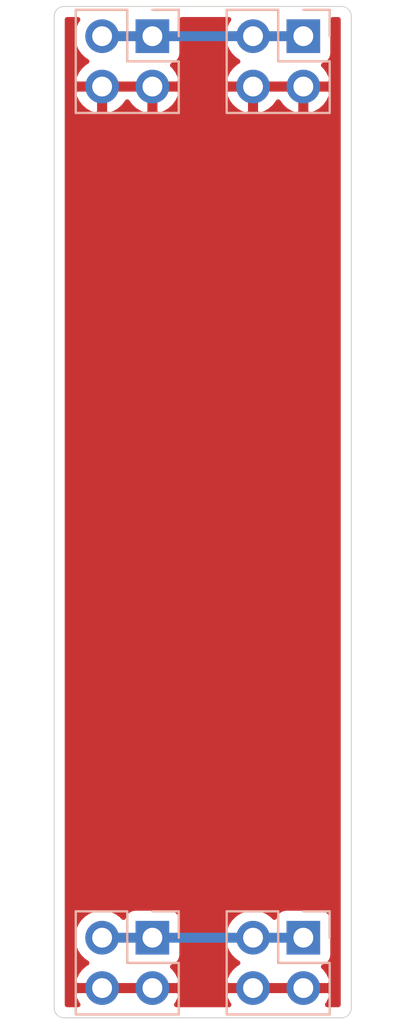
<source format=kicad_pcb>
(kicad_pcb (version 20171130) (host pcbnew "(5.1.6)-1")

  (general
    (thickness 1.6)
    (drawings 26)
    (tracks 2)
    (zones 0)
    (modules 4)
    (nets 4)
  )

  (page A4)
  (layers
    (0 F.Cu signal)
    (31 B.Cu signal)
    (32 B.Adhes user)
    (33 F.Adhes user)
    (34 B.Paste user)
    (35 F.Paste user)
    (36 B.SilkS user)
    (37 F.SilkS user)
    (38 B.Mask user)
    (39 F.Mask user)
    (40 Dwgs.User user)
    (41 Cmts.User user)
    (42 Eco1.User user)
    (43 Eco2.User user)
    (44 Edge.Cuts user)
    (45 Margin user)
    (46 B.CrtYd user hide)
    (47 F.CrtYd user hide)
    (48 B.Fab user hide)
    (49 F.Fab user hide)
  )

  (setup
    (last_trace_width 0.25)
    (trace_clearance 0.2)
    (zone_clearance 0.508)
    (zone_45_only no)
    (trace_min 0.2)
    (via_size 0.8)
    (via_drill 0.4)
    (via_min_size 0.4)
    (via_min_drill 0.3)
    (uvia_size 0.3)
    (uvia_drill 0.1)
    (uvias_allowed no)
    (uvia_min_size 0.2)
    (uvia_min_drill 0.1)
    (edge_width 0.05)
    (segment_width 0.2)
    (pcb_text_width 0.3)
    (pcb_text_size 1.5 1.5)
    (mod_edge_width 0.12)
    (mod_text_size 1 1)
    (mod_text_width 0.15)
    (pad_size 1.524 1.524)
    (pad_drill 0.762)
    (pad_to_mask_clearance 0.05)
    (aux_axis_origin 0 0)
    (grid_origin 150 100)
    (visible_elements 7FFFFF7F)
    (pcbplotparams
      (layerselection 0x010fc_ffffffff)
      (usegerberextensions false)
      (usegerberattributes true)
      (usegerberadvancedattributes true)
      (creategerberjobfile true)
      (excludeedgelayer true)
      (linewidth 0.100000)
      (plotframeref false)
      (viasonmask false)
      (mode 1)
      (useauxorigin false)
      (hpglpennumber 1)
      (hpglpenspeed 20)
      (hpglpendiameter 15.000000)
      (psnegative false)
      (psa4output false)
      (plotreference true)
      (plotvalue true)
      (plotinvisibletext false)
      (padsonsilk false)
      (subtractmaskfromsilk false)
      (outputformat 1)
      (mirror false)
      (drillshape 1)
      (scaleselection 1)
      (outputdirectory ""))
  )

  (net 0 "")
  (net 1 GND)
  (net 2 +12V)
  (net 3 -12V)

  (net_class Default "This is the default net class."
    (clearance 0.2)
    (trace_width 0.25)
    (via_dia 0.8)
    (via_drill 0.4)
    (uvia_dia 0.3)
    (uvia_drill 0.1)
  )

  (net_class Power ""
    (clearance 0.2)
    (trace_width 0.5)
    (via_dia 0.8)
    (via_drill 0.4)
    (uvia_dia 0.3)
    (uvia_drill 0.1)
    (add_net +12V)
    (add_net -12V)
    (add_net GND)
  )

  (module Connector_PinHeader_2.54mm:PinHeader_2x02_P2.54mm_Vertical (layer B.Cu) (tedit 59FED5CC) (tstamp 5F9C82B8)
    (at 155.08 121.46 180)
    (descr "Through hole straight pin header, 2x02, 2.54mm pitch, double rows")
    (tags "Through hole pin header THT 2x02 2.54mm double row")
    (path /5F9D3E25)
    (fp_text reference J4 (at 1.27 2.33) (layer B.SilkS) hide
      (effects (font (size 1 1) (thickness 0.15)) (justify mirror))
    )
    (fp_text value -12V/GND (at 1.27 -4.87) (layer B.Fab)
      (effects (font (size 1 1) (thickness 0.15)) (justify mirror))
    )
    (fp_text user %R (at 1.27 -1.27 270) (layer B.Fab)
      (effects (font (size 1 1) (thickness 0.15)) (justify mirror))
    )
    (fp_line (start 0 1.27) (end 3.81 1.27) (layer B.Fab) (width 0.1))
    (fp_line (start 3.81 1.27) (end 3.81 -3.81) (layer B.Fab) (width 0.1))
    (fp_line (start 3.81 -3.81) (end -1.27 -3.81) (layer B.Fab) (width 0.1))
    (fp_line (start -1.27 -3.81) (end -1.27 0) (layer B.Fab) (width 0.1))
    (fp_line (start -1.27 0) (end 0 1.27) (layer B.Fab) (width 0.1))
    (fp_line (start -1.33 -3.87) (end 3.87 -3.87) (layer B.SilkS) (width 0.12))
    (fp_line (start -1.33 -1.27) (end -1.33 -3.87) (layer B.SilkS) (width 0.12))
    (fp_line (start 3.87 1.33) (end 3.87 -3.87) (layer B.SilkS) (width 0.12))
    (fp_line (start -1.33 -1.27) (end 1.27 -1.27) (layer B.SilkS) (width 0.12))
    (fp_line (start 1.27 -1.27) (end 1.27 1.33) (layer B.SilkS) (width 0.12))
    (fp_line (start 1.27 1.33) (end 3.87 1.33) (layer B.SilkS) (width 0.12))
    (fp_line (start -1.33 0) (end -1.33 1.33) (layer B.SilkS) (width 0.12))
    (fp_line (start -1.33 1.33) (end 0 1.33) (layer B.SilkS) (width 0.12))
    (fp_line (start -1.8 1.8) (end -1.8 -4.35) (layer B.CrtYd) (width 0.05))
    (fp_line (start -1.8 -4.35) (end 4.35 -4.35) (layer B.CrtYd) (width 0.05))
    (fp_line (start 4.35 -4.35) (end 4.35 1.8) (layer B.CrtYd) (width 0.05))
    (fp_line (start 4.35 1.8) (end -1.8 1.8) (layer B.CrtYd) (width 0.05))
    (pad 4 thru_hole oval (at 2.54 -2.54 180) (size 1.7 1.7) (drill 1) (layers *.Cu *.Mask)
      (net 1 GND))
    (pad 3 thru_hole oval (at 0 -2.54 180) (size 1.7 1.7) (drill 1) (layers *.Cu *.Mask)
      (net 1 GND))
    (pad 2 thru_hole oval (at 2.54 0 180) (size 1.7 1.7) (drill 1) (layers *.Cu *.Mask)
      (net 3 -12V))
    (pad 1 thru_hole rect (at 0 0 180) (size 1.7 1.7) (drill 1) (layers *.Cu *.Mask)
      (net 3 -12V))
    (model ${KISYS3DMOD}/Connector_PinHeader_2.54mm.3dshapes/PinHeader_2x02_P2.54mm_Vertical.wrl
      (at (xyz 0 0 0))
      (scale (xyz 1 1 1))
      (rotate (xyz 0 0 0))
    )
  )

  (module Connector_PinHeader_2.54mm:PinHeader_2x02_P2.54mm_Vertical (layer B.Cu) (tedit 59FED5CC) (tstamp 5F9C829E)
    (at 155.08 76 180)
    (descr "Through hole straight pin header, 2x02, 2.54mm pitch, double rows")
    (tags "Through hole pin header THT 2x02 2.54mm double row")
    (path /5F9D3E1F)
    (fp_text reference J3 (at 1.27 2.33) (layer B.SilkS) hide
      (effects (font (size 1 1) (thickness 0.15)) (justify mirror))
    )
    (fp_text value +12V/GND (at 1.27 -4.87) (layer B.Fab)
      (effects (font (size 1 1) (thickness 0.15)) (justify mirror))
    )
    (fp_text user %R (at 1.27 -1.27 270) (layer B.Fab)
      (effects (font (size 1 1) (thickness 0.15)) (justify mirror))
    )
    (fp_line (start 0 1.27) (end 3.81 1.27) (layer B.Fab) (width 0.1))
    (fp_line (start 3.81 1.27) (end 3.81 -3.81) (layer B.Fab) (width 0.1))
    (fp_line (start 3.81 -3.81) (end -1.27 -3.81) (layer B.Fab) (width 0.1))
    (fp_line (start -1.27 -3.81) (end -1.27 0) (layer B.Fab) (width 0.1))
    (fp_line (start -1.27 0) (end 0 1.27) (layer B.Fab) (width 0.1))
    (fp_line (start -1.33 -3.87) (end 3.87 -3.87) (layer B.SilkS) (width 0.12))
    (fp_line (start -1.33 -1.27) (end -1.33 -3.87) (layer B.SilkS) (width 0.12))
    (fp_line (start 3.87 1.33) (end 3.87 -3.87) (layer B.SilkS) (width 0.12))
    (fp_line (start -1.33 -1.27) (end 1.27 -1.27) (layer B.SilkS) (width 0.12))
    (fp_line (start 1.27 -1.27) (end 1.27 1.33) (layer B.SilkS) (width 0.12))
    (fp_line (start 1.27 1.33) (end 3.87 1.33) (layer B.SilkS) (width 0.12))
    (fp_line (start -1.33 0) (end -1.33 1.33) (layer B.SilkS) (width 0.12))
    (fp_line (start -1.33 1.33) (end 0 1.33) (layer B.SilkS) (width 0.12))
    (fp_line (start -1.8 1.8) (end -1.8 -4.35) (layer B.CrtYd) (width 0.05))
    (fp_line (start -1.8 -4.35) (end 4.35 -4.35) (layer B.CrtYd) (width 0.05))
    (fp_line (start 4.35 -4.35) (end 4.35 1.8) (layer B.CrtYd) (width 0.05))
    (fp_line (start 4.35 1.8) (end -1.8 1.8) (layer B.CrtYd) (width 0.05))
    (pad 4 thru_hole oval (at 2.54 -2.54 180) (size 1.7 1.7) (drill 1) (layers *.Cu *.Mask)
      (net 1 GND))
    (pad 3 thru_hole oval (at 0 -2.54 180) (size 1.7 1.7) (drill 1) (layers *.Cu *.Mask)
      (net 1 GND))
    (pad 2 thru_hole oval (at 2.54 0 180) (size 1.7 1.7) (drill 1) (layers *.Cu *.Mask)
      (net 2 +12V))
    (pad 1 thru_hole rect (at 0 0 180) (size 1.7 1.7) (drill 1) (layers *.Cu *.Mask)
      (net 2 +12V))
    (model ${KISYS3DMOD}/Connector_PinHeader_2.54mm.3dshapes/PinHeader_2x02_P2.54mm_Vertical.wrl
      (at (xyz 0 0 0))
      (scale (xyz 1 1 1))
      (rotate (xyz 0 0 0))
    )
  )

  (module Connector_PinHeader_2.54mm:PinHeader_2x02_P2.54mm_Vertical (layer B.Cu) (tedit 59FED5CC) (tstamp 5F9C8284)
    (at 147.46 121.46 180)
    (descr "Through hole straight pin header, 2x02, 2.54mm pitch, double rows")
    (tags "Through hole pin header THT 2x02 2.54mm double row")
    (path /5F9C5A2D)
    (fp_text reference J2 (at 1.27 2.33) (layer B.SilkS) hide
      (effects (font (size 1 1) (thickness 0.15)) (justify mirror))
    )
    (fp_text value -12V/GND (at 1.27 -4.87) (layer B.Fab)
      (effects (font (size 1 1) (thickness 0.15)) (justify mirror))
    )
    (fp_text user %R (at 1.27 -1.27 270) (layer B.Fab)
      (effects (font (size 1 1) (thickness 0.15)) (justify mirror))
    )
    (fp_line (start 0 1.27) (end 3.81 1.27) (layer B.Fab) (width 0.1))
    (fp_line (start 3.81 1.27) (end 3.81 -3.81) (layer B.Fab) (width 0.1))
    (fp_line (start 3.81 -3.81) (end -1.27 -3.81) (layer B.Fab) (width 0.1))
    (fp_line (start -1.27 -3.81) (end -1.27 0) (layer B.Fab) (width 0.1))
    (fp_line (start -1.27 0) (end 0 1.27) (layer B.Fab) (width 0.1))
    (fp_line (start -1.33 -3.87) (end 3.87 -3.87) (layer B.SilkS) (width 0.12))
    (fp_line (start -1.33 -1.27) (end -1.33 -3.87) (layer B.SilkS) (width 0.12))
    (fp_line (start 3.87 1.33) (end 3.87 -3.87) (layer B.SilkS) (width 0.12))
    (fp_line (start -1.33 -1.27) (end 1.27 -1.27) (layer B.SilkS) (width 0.12))
    (fp_line (start 1.27 -1.27) (end 1.27 1.33) (layer B.SilkS) (width 0.12))
    (fp_line (start 1.27 1.33) (end 3.87 1.33) (layer B.SilkS) (width 0.12))
    (fp_line (start -1.33 0) (end -1.33 1.33) (layer B.SilkS) (width 0.12))
    (fp_line (start -1.33 1.33) (end 0 1.33) (layer B.SilkS) (width 0.12))
    (fp_line (start -1.8 1.8) (end -1.8 -4.35) (layer B.CrtYd) (width 0.05))
    (fp_line (start -1.8 -4.35) (end 4.35 -4.35) (layer B.CrtYd) (width 0.05))
    (fp_line (start 4.35 -4.35) (end 4.35 1.8) (layer B.CrtYd) (width 0.05))
    (fp_line (start 4.35 1.8) (end -1.8 1.8) (layer B.CrtYd) (width 0.05))
    (pad 4 thru_hole oval (at 2.54 -2.54 180) (size 1.7 1.7) (drill 1) (layers *.Cu *.Mask)
      (net 1 GND))
    (pad 3 thru_hole oval (at 0 -2.54 180) (size 1.7 1.7) (drill 1) (layers *.Cu *.Mask)
      (net 1 GND))
    (pad 2 thru_hole oval (at 2.54 0 180) (size 1.7 1.7) (drill 1) (layers *.Cu *.Mask)
      (net 3 -12V))
    (pad 1 thru_hole rect (at 0 0 180) (size 1.7 1.7) (drill 1) (layers *.Cu *.Mask)
      (net 3 -12V))
    (model ${KISYS3DMOD}/Connector_PinHeader_2.54mm.3dshapes/PinHeader_2x02_P2.54mm_Vertical.wrl
      (at (xyz 0 0 0))
      (scale (xyz 1 1 1))
      (rotate (xyz 0 0 0))
    )
  )

  (module Connector_PinHeader_2.54mm:PinHeader_2x02_P2.54mm_Vertical (layer B.Cu) (tedit 59FED5CC) (tstamp 5F9C826A)
    (at 147.46 76 180)
    (descr "Through hole straight pin header, 2x02, 2.54mm pitch, double rows")
    (tags "Through hole pin header THT 2x02 2.54mm double row")
    (path /5F9C41B6)
    (fp_text reference J1 (at 1.27 2.33) (layer B.SilkS) hide
      (effects (font (size 1 1) (thickness 0.15)) (justify mirror))
    )
    (fp_text value +12V/GND (at 1.27 -4.87) (layer B.Fab)
      (effects (font (size 1 1) (thickness 0.15)) (justify mirror))
    )
    (fp_text user %R (at 1.27 -1.27 270) (layer B.Fab)
      (effects (font (size 1 1) (thickness 0.15)) (justify mirror))
    )
    (fp_line (start 0 1.27) (end 3.81 1.27) (layer B.Fab) (width 0.1))
    (fp_line (start 3.81 1.27) (end 3.81 -3.81) (layer B.Fab) (width 0.1))
    (fp_line (start 3.81 -3.81) (end -1.27 -3.81) (layer B.Fab) (width 0.1))
    (fp_line (start -1.27 -3.81) (end -1.27 0) (layer B.Fab) (width 0.1))
    (fp_line (start -1.27 0) (end 0 1.27) (layer B.Fab) (width 0.1))
    (fp_line (start -1.33 -3.87) (end 3.87 -3.87) (layer B.SilkS) (width 0.12))
    (fp_line (start -1.33 -1.27) (end -1.33 -3.87) (layer B.SilkS) (width 0.12))
    (fp_line (start 3.87 1.33) (end 3.87 -3.87) (layer B.SilkS) (width 0.12))
    (fp_line (start -1.33 -1.27) (end 1.27 -1.27) (layer B.SilkS) (width 0.12))
    (fp_line (start 1.27 -1.27) (end 1.27 1.33) (layer B.SilkS) (width 0.12))
    (fp_line (start 1.27 1.33) (end 3.87 1.33) (layer B.SilkS) (width 0.12))
    (fp_line (start -1.33 0) (end -1.33 1.33) (layer B.SilkS) (width 0.12))
    (fp_line (start -1.33 1.33) (end 0 1.33) (layer B.SilkS) (width 0.12))
    (fp_line (start -1.8 1.8) (end -1.8 -4.35) (layer B.CrtYd) (width 0.05))
    (fp_line (start -1.8 -4.35) (end 4.35 -4.35) (layer B.CrtYd) (width 0.05))
    (fp_line (start 4.35 -4.35) (end 4.35 1.8) (layer B.CrtYd) (width 0.05))
    (fp_line (start 4.35 1.8) (end -1.8 1.8) (layer B.CrtYd) (width 0.05))
    (pad 4 thru_hole oval (at 2.54 -2.54 180) (size 1.7 1.7) (drill 1) (layers *.Cu *.Mask)
      (net 1 GND))
    (pad 3 thru_hole oval (at 0 -2.54 180) (size 1.7 1.7) (drill 1) (layers *.Cu *.Mask)
      (net 1 GND))
    (pad 2 thru_hole oval (at 2.54 0 180) (size 1.7 1.7) (drill 1) (layers *.Cu *.Mask)
      (net 2 +12V))
    (pad 1 thru_hole rect (at 0 0 180) (size 1.7 1.7) (drill 1) (layers *.Cu *.Mask)
      (net 2 +12V))
    (model ${KISYS3DMOD}/Connector_PinHeader_2.54mm.3dshapes/PinHeader_2x02_P2.54mm_Vertical.wrl
      (at (xyz 0 0 0))
      (scale (xyz 1 1 1))
      (rotate (xyz 0 0 0))
    )
  )

  (gr_line (start 144.92 74.6) (end 144.92 125.4) (layer Eco1.User) (width 0.15))
  (gr_line (start 155.08 125.4) (end 155.08 74.6) (layer Eco1.User) (width 0.15))
  (gr_line (start 152.54 74.6) (end 152.54 125.4) (layer Eco1.User) (width 0.15))
  (gr_line (start 147.46 125.4) (end 147.46 74.6) (layer Eco1.User) (width 0.15))
  (gr_line (start 157.5 75) (end 157.5 125) (layer Edge.Cuts) (width 0.05) (tstamp 5F9C81E7))
  (gr_line (start 142.5 125) (end 142.5 75) (layer Edge.Cuts) (width 0.05) (tstamp 5F9C81E6))
  (gr_arc (start 157 125) (end 157 125.5) (angle -90) (layer Edge.Cuts) (width 0.05) (tstamp 5F9C81DB))
  (gr_line (start 157 125.5) (end 143 125.5) (layer Edge.Cuts) (width 0.05) (tstamp 5F9C81DA))
  (gr_arc (start 143 125) (end 142.5 125) (angle -90) (layer Edge.Cuts) (width 0.05) (tstamp 5F9C81D9))
  (gr_arc (start 157 75) (end 157.5 75) (angle -90) (layer Edge.Cuts) (width 0.05))
  (gr_arc (start 143 75) (end 143 74.5) (angle -90) (layer Edge.Cuts) (width 0.05))
  (gr_line (start 143 74.5) (end 157 74.5) (layer Edge.Cuts) (width 0.05))
  (gr_line (start 160.16 121.5) (end 139.84 121.5) (layer Eco1.User) (width 0.15) (tstamp 5F9C81CA))
  (gr_line (start 139.84 78.5) (end 160.16 78.5) (layer Eco1.User) (width 0.15) (tstamp 5F9C81CA))
  (gr_line (start 160.16 113.97) (end 139.84 113.97) (layer Eco1.User) (width 0.15) (tstamp 5F9C81B1))
  (gr_line (start 160.16 103.81) (end 139.84 103.81) (layer Eco1.User) (width 0.15) (tstamp 5F9C81B0))
  (gr_line (start 160.16 111.43) (end 139.84 111.43) (layer Eco1.User) (width 0.15) (tstamp 5F9C81AF))
  (gr_line (start 160.16 106.35) (end 139.84 106.35) (layer Eco1.User) (width 0.15) (tstamp 5F9C81AE))
  (gr_line (start 160.16 108.89) (end 139.84 108.89) (layer Eco1.User) (width 0.15) (tstamp 5F9C81AD))
  (gr_line (start 139.84 86.03) (end 160.16 86.03) (layer Eco1.User) (width 0.15) (tstamp 5F9C81A4))
  (gr_line (start 139.84 93.65) (end 160.16 93.65) (layer Eco1.User) (width 0.15) (tstamp 5F9C81A4))
  (gr_line (start 139.84 96.19) (end 160.16 96.19) (layer Eco1.User) (width 0.15) (tstamp 5F9C81A4))
  (gr_line (start 139.84 91.11) (end 160.16 91.11) (layer Eco1.User) (width 0.15) (tstamp 5F9C81A4))
  (gr_line (start 139.84 88.57) (end 160.16 88.57) (layer Eco1.User) (width 0.15) (tstamp 5F9C81A1))
  (gr_line (start 160.16 124) (end 139.84 124) (layer Eco1.User) (width 0.15) (tstamp 5F9C818A))
  (gr_line (start 139.84 76) (end 160.16 76) (layer Eco1.User) (width 0.15))

  (segment (start 144.92 76) (end 155.08 76) (width 0.5) (layer B.Cu) (net 2))
  (segment (start 144.92 121.46) (end 155.08 121.46) (width 0.5) (layer B.Cu) (net 3))

  (zone (net 1) (net_name GND) (layer F.Cu) (tstamp 0) (hatch edge 0.508)
    (connect_pads (clearance 0.508))
    (min_thickness 0.254)
    (fill yes (arc_segments 32) (thermal_gap 0.508) (thermal_bridge_width 0.508))
    (polygon
      (pts
        (xy 157.5 125.5) (xy 142.5 125.5) (xy 142.5 74.5) (xy 157.5 74.5)
      )
    )
    (filled_polygon
      (pts
        (xy 143.60401 75.296589) (xy 143.492068 75.566842) (xy 143.435 75.85374) (xy 143.435 76.14626) (xy 143.492068 76.433158)
        (xy 143.60401 76.703411) (xy 143.766525 76.946632) (xy 143.973368 77.153475) (xy 144.155534 77.275195) (xy 144.038645 77.344822)
        (xy 143.822412 77.539731) (xy 143.648359 77.77308) (xy 143.523175 78.035901) (xy 143.478524 78.18311) (xy 143.599845 78.413)
        (xy 144.793 78.413) (xy 144.793 78.393) (xy 145.047 78.393) (xy 145.047 78.413) (xy 147.333 78.413)
        (xy 147.333 78.393) (xy 147.587 78.393) (xy 147.587 78.413) (xy 148.780155 78.413) (xy 148.901476 78.18311)
        (xy 148.856825 78.035901) (xy 148.731641 77.77308) (xy 148.557588 77.539731) (xy 148.473534 77.463966) (xy 148.55418 77.439502)
        (xy 148.664494 77.380537) (xy 148.761185 77.301185) (xy 148.840537 77.204494) (xy 148.899502 77.09418) (xy 148.935812 76.974482)
        (xy 148.948072 76.85) (xy 148.948072 75.16) (xy 151.315276 75.16) (xy 151.22401 75.296589) (xy 151.112068 75.566842)
        (xy 151.055 75.85374) (xy 151.055 76.14626) (xy 151.112068 76.433158) (xy 151.22401 76.703411) (xy 151.386525 76.946632)
        (xy 151.593368 77.153475) (xy 151.775534 77.275195) (xy 151.658645 77.344822) (xy 151.442412 77.539731) (xy 151.268359 77.77308)
        (xy 151.143175 78.035901) (xy 151.098524 78.18311) (xy 151.219845 78.413) (xy 152.413 78.413) (xy 152.413 78.393)
        (xy 152.667 78.393) (xy 152.667 78.413) (xy 154.953 78.413) (xy 154.953 78.393) (xy 155.207 78.393)
        (xy 155.207 78.413) (xy 156.400155 78.413) (xy 156.521476 78.18311) (xy 156.476825 78.035901) (xy 156.351641 77.77308)
        (xy 156.177588 77.539731) (xy 156.093534 77.463966) (xy 156.17418 77.439502) (xy 156.284494 77.380537) (xy 156.381185 77.301185)
        (xy 156.460537 77.204494) (xy 156.519502 77.09418) (xy 156.555812 76.974482) (xy 156.568072 76.85) (xy 156.568072 75.16)
        (xy 156.84 75.16) (xy 156.840001 124.84) (xy 156.297131 124.84) (xy 156.351641 124.76692) (xy 156.476825 124.504099)
        (xy 156.521476 124.35689) (xy 156.400155 124.127) (xy 155.207 124.127) (xy 155.207 124.147) (xy 154.953 124.147)
        (xy 154.953 124.127) (xy 152.667 124.127) (xy 152.667 124.147) (xy 152.413 124.147) (xy 152.413 124.127)
        (xy 151.219845 124.127) (xy 151.098524 124.35689) (xy 151.143175 124.504099) (xy 151.268359 124.76692) (xy 151.322869 124.84)
        (xy 148.677131 124.84) (xy 148.731641 124.76692) (xy 148.856825 124.504099) (xy 148.901476 124.35689) (xy 148.780155 124.127)
        (xy 147.587 124.127) (xy 147.587 124.147) (xy 147.333 124.147) (xy 147.333 124.127) (xy 145.047 124.127)
        (xy 145.047 124.147) (xy 144.793 124.147) (xy 144.793 124.127) (xy 143.599845 124.127) (xy 143.478524 124.35689)
        (xy 143.523175 124.504099) (xy 143.648359 124.76692) (xy 143.702869 124.84) (xy 143.16 124.84) (xy 143.16 121.31374)
        (xy 143.435 121.31374) (xy 143.435 121.60626) (xy 143.492068 121.893158) (xy 143.60401 122.163411) (xy 143.766525 122.406632)
        (xy 143.973368 122.613475) (xy 144.155534 122.735195) (xy 144.038645 122.804822) (xy 143.822412 122.999731) (xy 143.648359 123.23308)
        (xy 143.523175 123.495901) (xy 143.478524 123.64311) (xy 143.599845 123.873) (xy 144.793 123.873) (xy 144.793 123.853)
        (xy 145.047 123.853) (xy 145.047 123.873) (xy 147.333 123.873) (xy 147.333 123.853) (xy 147.587 123.853)
        (xy 147.587 123.873) (xy 148.780155 123.873) (xy 148.901476 123.64311) (xy 148.856825 123.495901) (xy 148.731641 123.23308)
        (xy 148.557588 122.999731) (xy 148.473534 122.923966) (xy 148.55418 122.899502) (xy 148.664494 122.840537) (xy 148.761185 122.761185)
        (xy 148.840537 122.664494) (xy 148.899502 122.55418) (xy 148.935812 122.434482) (xy 148.948072 122.31) (xy 148.948072 121.31374)
        (xy 151.055 121.31374) (xy 151.055 121.60626) (xy 151.112068 121.893158) (xy 151.22401 122.163411) (xy 151.386525 122.406632)
        (xy 151.593368 122.613475) (xy 151.775534 122.735195) (xy 151.658645 122.804822) (xy 151.442412 122.999731) (xy 151.268359 123.23308)
        (xy 151.143175 123.495901) (xy 151.098524 123.64311) (xy 151.219845 123.873) (xy 152.413 123.873) (xy 152.413 123.853)
        (xy 152.667 123.853) (xy 152.667 123.873) (xy 154.953 123.873) (xy 154.953 123.853) (xy 155.207 123.853)
        (xy 155.207 123.873) (xy 156.400155 123.873) (xy 156.521476 123.64311) (xy 156.476825 123.495901) (xy 156.351641 123.23308)
        (xy 156.177588 122.999731) (xy 156.093534 122.923966) (xy 156.17418 122.899502) (xy 156.284494 122.840537) (xy 156.381185 122.761185)
        (xy 156.460537 122.664494) (xy 156.519502 122.55418) (xy 156.555812 122.434482) (xy 156.568072 122.31) (xy 156.568072 120.61)
        (xy 156.555812 120.485518) (xy 156.519502 120.36582) (xy 156.460537 120.255506) (xy 156.381185 120.158815) (xy 156.284494 120.079463)
        (xy 156.17418 120.020498) (xy 156.054482 119.984188) (xy 155.93 119.971928) (xy 154.23 119.971928) (xy 154.105518 119.984188)
        (xy 153.98582 120.020498) (xy 153.875506 120.079463) (xy 153.778815 120.158815) (xy 153.699463 120.255506) (xy 153.640498 120.36582)
        (xy 153.618487 120.43838) (xy 153.486632 120.306525) (xy 153.243411 120.14401) (xy 152.973158 120.032068) (xy 152.68626 119.975)
        (xy 152.39374 119.975) (xy 152.106842 120.032068) (xy 151.836589 120.14401) (xy 151.593368 120.306525) (xy 151.386525 120.513368)
        (xy 151.22401 120.756589) (xy 151.112068 121.026842) (xy 151.055 121.31374) (xy 148.948072 121.31374) (xy 148.948072 120.61)
        (xy 148.935812 120.485518) (xy 148.899502 120.36582) (xy 148.840537 120.255506) (xy 148.761185 120.158815) (xy 148.664494 120.079463)
        (xy 148.55418 120.020498) (xy 148.434482 119.984188) (xy 148.31 119.971928) (xy 146.61 119.971928) (xy 146.485518 119.984188)
        (xy 146.36582 120.020498) (xy 146.255506 120.079463) (xy 146.158815 120.158815) (xy 146.079463 120.255506) (xy 146.020498 120.36582)
        (xy 145.998487 120.43838) (xy 145.866632 120.306525) (xy 145.623411 120.14401) (xy 145.353158 120.032068) (xy 145.06626 119.975)
        (xy 144.77374 119.975) (xy 144.486842 120.032068) (xy 144.216589 120.14401) (xy 143.973368 120.306525) (xy 143.766525 120.513368)
        (xy 143.60401 120.756589) (xy 143.492068 121.026842) (xy 143.435 121.31374) (xy 143.16 121.31374) (xy 143.16 78.89689)
        (xy 143.478524 78.89689) (xy 143.523175 79.044099) (xy 143.648359 79.30692) (xy 143.822412 79.540269) (xy 144.038645 79.735178)
        (xy 144.288748 79.884157) (xy 144.563109 79.981481) (xy 144.793 79.860814) (xy 144.793 78.667) (xy 145.047 78.667)
        (xy 145.047 79.860814) (xy 145.276891 79.981481) (xy 145.551252 79.884157) (xy 145.801355 79.735178) (xy 146.017588 79.540269)
        (xy 146.19 79.30912) (xy 146.362412 79.540269) (xy 146.578645 79.735178) (xy 146.828748 79.884157) (xy 147.103109 79.981481)
        (xy 147.333 79.860814) (xy 147.333 78.667) (xy 147.587 78.667) (xy 147.587 79.860814) (xy 147.816891 79.981481)
        (xy 148.091252 79.884157) (xy 148.341355 79.735178) (xy 148.557588 79.540269) (xy 148.731641 79.30692) (xy 148.856825 79.044099)
        (xy 148.901476 78.89689) (xy 151.098524 78.89689) (xy 151.143175 79.044099) (xy 151.268359 79.30692) (xy 151.442412 79.540269)
        (xy 151.658645 79.735178) (xy 151.908748 79.884157) (xy 152.183109 79.981481) (xy 152.413 79.860814) (xy 152.413 78.667)
        (xy 152.667 78.667) (xy 152.667 79.860814) (xy 152.896891 79.981481) (xy 153.171252 79.884157) (xy 153.421355 79.735178)
        (xy 153.637588 79.540269) (xy 153.81 79.30912) (xy 153.982412 79.540269) (xy 154.198645 79.735178) (xy 154.448748 79.884157)
        (xy 154.723109 79.981481) (xy 154.953 79.860814) (xy 154.953 78.667) (xy 155.207 78.667) (xy 155.207 79.860814)
        (xy 155.436891 79.981481) (xy 155.711252 79.884157) (xy 155.961355 79.735178) (xy 156.177588 79.540269) (xy 156.351641 79.30692)
        (xy 156.476825 79.044099) (xy 156.521476 78.89689) (xy 156.400155 78.667) (xy 155.207 78.667) (xy 154.953 78.667)
        (xy 152.667 78.667) (xy 152.413 78.667) (xy 151.219845 78.667) (xy 151.098524 78.89689) (xy 148.901476 78.89689)
        (xy 148.780155 78.667) (xy 147.587 78.667) (xy 147.333 78.667) (xy 145.047 78.667) (xy 144.793 78.667)
        (xy 143.599845 78.667) (xy 143.478524 78.89689) (xy 143.16 78.89689) (xy 143.16 75.16) (xy 143.695276 75.16)
      )
    )
  )
)

</source>
